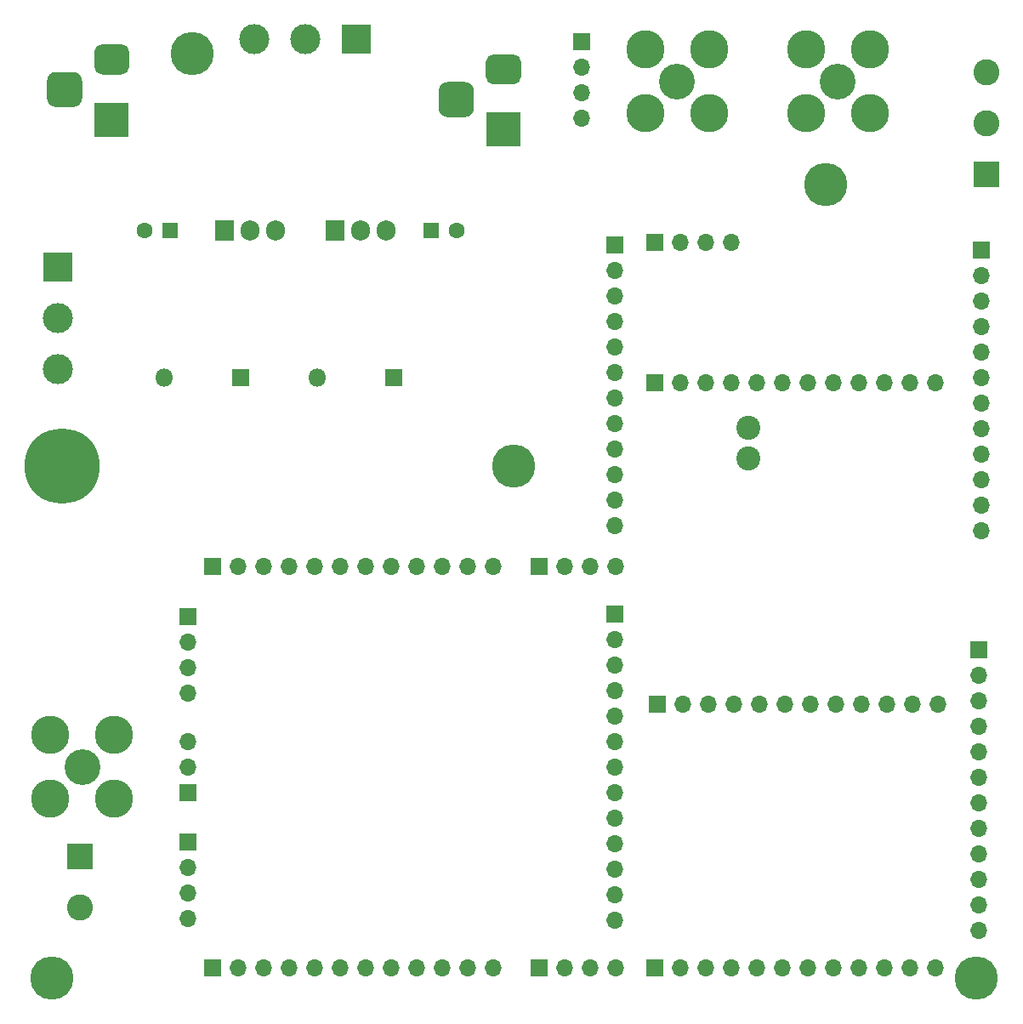
<source format=gbr>
%TF.GenerationSoftware,KiCad,Pcbnew,(5.1.8)-1*%
%TF.CreationDate,2021-09-14T11:30:17-04:00*%
%TF.ProjectId,ModularPreamp,4d6f6475-6c61-4725-9072-65616d702e6b,rev?*%
%TF.SameCoordinates,Original*%
%TF.FileFunction,Soldermask,Bot*%
%TF.FilePolarity,Negative*%
%FSLAX46Y46*%
G04 Gerber Fmt 4.6, Leading zero omitted, Abs format (unit mm)*
G04 Created by KiCad (PCBNEW (5.1.8)-1) date 2021-09-14 11:30:17*
%MOMM*%
%LPD*%
G01*
G04 APERTURE LIST*
%ADD10C,3.000000*%
%ADD11R,3.000000X3.000000*%
%ADD12C,2.600000*%
%ADD13R,2.600000X2.600000*%
%ADD14C,4.300000*%
%ADD15C,7.500000*%
%ADD16O,1.800000X1.800000*%
%ADD17R,1.800000X1.800000*%
%ADD18C,3.810000*%
%ADD19C,3.556000*%
%ADD20O,1.700000X1.700000*%
%ADD21R,1.700000X1.700000*%
%ADD22C,2.400000*%
%ADD23O,1.905000X2.000000*%
%ADD24R,1.905000X2.000000*%
%ADD25R,3.500000X3.500000*%
%ADD26C,1.600000*%
%ADD27R,1.600000X1.600000*%
G04 APERTURE END LIST*
D10*
%TO.C,J25*%
X89600000Y-55360000D03*
X89600000Y-50280000D03*
D11*
X89600000Y-45200000D03*
%TD*%
D12*
%TO.C,J24*%
X182000000Y-25840000D03*
X182000000Y-30920000D03*
D13*
X182000000Y-36000000D03*
%TD*%
D14*
%TO.C,H6*%
X135000000Y-65000000D03*
%TD*%
%TO.C,H5*%
X181000000Y-116000000D03*
%TD*%
%TO.C,H4*%
X103000000Y-24000000D03*
%TD*%
%TO.C,H3*%
X166000000Y-37000000D03*
%TD*%
%TO.C,H2*%
X89000000Y-116000000D03*
%TD*%
D15*
%TO.C,H1*%
X90000000Y-65000000D03*
%TD*%
D16*
%TO.C,D10*%
X115380000Y-56250000D03*
D17*
X123000000Y-56250000D03*
%TD*%
D16*
%TO.C,D9*%
X100130000Y-56250000D03*
D17*
X107750000Y-56250000D03*
%TD*%
D12*
%TO.C,J23*%
X91750000Y-109000000D03*
D13*
X91750000Y-103920000D03*
%TD*%
D18*
%TO.C,J15*%
X170425000Y-29925000D03*
X164075000Y-29925000D03*
X170425000Y-23575000D03*
D19*
X167250000Y-26750000D03*
D18*
X164075000Y-23575000D03*
%TD*%
%TO.C,J14*%
X154425000Y-29925000D03*
X148075000Y-29925000D03*
X154425000Y-23575000D03*
D19*
X151250000Y-26750000D03*
D18*
X148075000Y-23575000D03*
%TD*%
D20*
%TO.C,J19*%
X176940000Y-56750000D03*
X174400000Y-56750000D03*
X171860000Y-56750000D03*
X169320000Y-56750000D03*
X166780000Y-56750000D03*
X164240000Y-56750000D03*
X161700000Y-56750000D03*
X159160000Y-56750000D03*
X156620000Y-56750000D03*
X154080000Y-56750000D03*
X151540000Y-56750000D03*
D21*
X149000000Y-56750000D03*
%TD*%
D20*
%TO.C,J18*%
X177190000Y-88750000D03*
X174650000Y-88750000D03*
X172110000Y-88750000D03*
X169570000Y-88750000D03*
X167030000Y-88750000D03*
X164490000Y-88750000D03*
X161950000Y-88750000D03*
X159410000Y-88750000D03*
X156870000Y-88750000D03*
X154330000Y-88750000D03*
X151790000Y-88750000D03*
D21*
X149250000Y-88750000D03*
%TD*%
D20*
%TO.C,J22*%
X176940000Y-115000000D03*
X174400000Y-115000000D03*
X171860000Y-115000000D03*
X169320000Y-115000000D03*
X166780000Y-115000000D03*
X164240000Y-115000000D03*
X161700000Y-115000000D03*
X159160000Y-115000000D03*
X156620000Y-115000000D03*
X154080000Y-115000000D03*
X151540000Y-115000000D03*
D21*
X149000000Y-115000000D03*
%TD*%
D20*
%TO.C,J21*%
X156620000Y-42750000D03*
X154080000Y-42750000D03*
X151540000Y-42750000D03*
D21*
X149000000Y-42750000D03*
%TD*%
D20*
%TO.C,J20*%
X141750000Y-30370000D03*
X141750000Y-27830000D03*
X141750000Y-25290000D03*
D21*
X141750000Y-22750000D03*
%TD*%
D20*
%TO.C,J17*%
X145000000Y-70940000D03*
X145000000Y-68400000D03*
X145000000Y-65860000D03*
X145000000Y-63320000D03*
X145000000Y-60780000D03*
X145000000Y-58240000D03*
X145000000Y-55700000D03*
X145000000Y-53160000D03*
X145000000Y-50620000D03*
X145000000Y-48080000D03*
X145000000Y-45540000D03*
D21*
X145000000Y-43000000D03*
%TD*%
D20*
%TO.C,J16*%
X181500000Y-71440000D03*
X181500000Y-68900000D03*
X181500000Y-66360000D03*
X181500000Y-63820000D03*
X181500000Y-61280000D03*
X181500000Y-58740000D03*
X181500000Y-56200000D03*
X181500000Y-53660000D03*
X181500000Y-51120000D03*
X181500000Y-48580000D03*
X181500000Y-46040000D03*
D21*
X181500000Y-43500000D03*
%TD*%
D22*
%TO.C,L1*%
X158300000Y-64250000D03*
X158300000Y-61250000D03*
%TD*%
D20*
%TO.C,J13*%
X102500000Y-87620000D03*
X102500000Y-85080000D03*
X102500000Y-82540000D03*
D21*
X102500000Y-80000000D03*
%TD*%
D20*
%TO.C,J12*%
X102500000Y-110120000D03*
X102500000Y-107580000D03*
X102500000Y-105040000D03*
D21*
X102500000Y-102500000D03*
%TD*%
D20*
%TO.C,J5*%
X102500000Y-92460000D03*
X102500000Y-95000000D03*
D21*
X102500000Y-97540000D03*
%TD*%
D20*
%TO.C,J7*%
X145000000Y-110240000D03*
X145000000Y-107700000D03*
X145000000Y-105160000D03*
X145000000Y-102620000D03*
X145000000Y-100080000D03*
X145000000Y-97540000D03*
X145000000Y-95000000D03*
X145000000Y-92460000D03*
X145000000Y-89920000D03*
X145000000Y-87380000D03*
X145000000Y-84840000D03*
X145000000Y-82300000D03*
D21*
X145000000Y-79760000D03*
%TD*%
D20*
%TO.C,J11*%
X145120000Y-75000000D03*
X142580000Y-75000000D03*
X140040000Y-75000000D03*
D21*
X137500000Y-75000000D03*
%TD*%
D20*
%TO.C,J10*%
X145120000Y-115000000D03*
X142580000Y-115000000D03*
X140040000Y-115000000D03*
D21*
X137500000Y-115000000D03*
%TD*%
D20*
%TO.C,J9*%
X181250000Y-111240000D03*
X181250000Y-108700000D03*
X181250000Y-106160000D03*
X181250000Y-103620000D03*
X181250000Y-101080000D03*
X181250000Y-98540000D03*
X181250000Y-96000000D03*
X181250000Y-93460000D03*
X181250000Y-90920000D03*
X181250000Y-88380000D03*
X181250000Y-85840000D03*
D21*
X181250000Y-83300000D03*
%TD*%
D20*
%TO.C,J8*%
X132940000Y-115000000D03*
X130400000Y-115000000D03*
X127860000Y-115000000D03*
X125320000Y-115000000D03*
X122780000Y-115000000D03*
X120240000Y-115000000D03*
X117700000Y-115000000D03*
X115160000Y-115000000D03*
X112620000Y-115000000D03*
X110080000Y-115000000D03*
X107540000Y-115000000D03*
D21*
X105000000Y-115000000D03*
%TD*%
D20*
%TO.C,J6*%
X132940000Y-75000000D03*
X130400000Y-75000000D03*
X127860000Y-75000000D03*
X125320000Y-75000000D03*
X122780000Y-75000000D03*
X120240000Y-75000000D03*
X117700000Y-75000000D03*
X115160000Y-75000000D03*
X112620000Y-75000000D03*
X110080000Y-75000000D03*
X107540000Y-75000000D03*
D21*
X105000000Y-75000000D03*
%TD*%
D18*
%TO.C,J4*%
X88825000Y-98175000D03*
X88825000Y-91825000D03*
X95175000Y-98175000D03*
D19*
X92000000Y-95000000D03*
D18*
X95175000Y-91825000D03*
%TD*%
D23*
%TO.C,U3*%
X122250000Y-41550000D03*
X119710000Y-41550000D03*
D24*
X117170000Y-41550000D03*
%TD*%
D23*
%TO.C,U2*%
X111250000Y-41550000D03*
X108710000Y-41550000D03*
D24*
X106170000Y-41550000D03*
%TD*%
D10*
%TO.C,J3*%
X109170000Y-22550000D03*
X114250000Y-22550000D03*
D11*
X119330000Y-22550000D03*
%TD*%
%TO.C,J2*%
G36*
G01*
X128375000Y-26800000D02*
X130125000Y-26800000D01*
G75*
G02*
X131000000Y-27675000I0J-875000D01*
G01*
X131000000Y-29425000D01*
G75*
G02*
X130125000Y-30300000I-875000J0D01*
G01*
X128375000Y-30300000D01*
G75*
G02*
X127500000Y-29425000I0J875000D01*
G01*
X127500000Y-27675000D01*
G75*
G02*
X128375000Y-26800000I875000J0D01*
G01*
G37*
G36*
G01*
X132950000Y-24050000D02*
X134950000Y-24050000D01*
G75*
G02*
X135700000Y-24800000I0J-750000D01*
G01*
X135700000Y-26300000D01*
G75*
G02*
X134950000Y-27050000I-750000J0D01*
G01*
X132950000Y-27050000D01*
G75*
G02*
X132200000Y-26300000I0J750000D01*
G01*
X132200000Y-24800000D01*
G75*
G02*
X132950000Y-24050000I750000J0D01*
G01*
G37*
D25*
X133950000Y-31550000D03*
%TD*%
%TO.C,J1*%
G36*
G01*
X89375000Y-25800000D02*
X91125000Y-25800000D01*
G75*
G02*
X92000000Y-26675000I0J-875000D01*
G01*
X92000000Y-28425000D01*
G75*
G02*
X91125000Y-29300000I-875000J0D01*
G01*
X89375000Y-29300000D01*
G75*
G02*
X88500000Y-28425000I0J875000D01*
G01*
X88500000Y-26675000D01*
G75*
G02*
X89375000Y-25800000I875000J0D01*
G01*
G37*
G36*
G01*
X93950000Y-23050000D02*
X95950000Y-23050000D01*
G75*
G02*
X96700000Y-23800000I0J-750000D01*
G01*
X96700000Y-25300000D01*
G75*
G02*
X95950000Y-26050000I-750000J0D01*
G01*
X93950000Y-26050000D01*
G75*
G02*
X93200000Y-25300000I0J750000D01*
G01*
X93200000Y-23800000D01*
G75*
G02*
X93950000Y-23050000I750000J0D01*
G01*
G37*
X94950000Y-30550000D03*
%TD*%
D26*
%TO.C,C2*%
X129250000Y-41550000D03*
D27*
X126750000Y-41550000D03*
%TD*%
D26*
%TO.C,C1*%
X98250000Y-41550000D03*
D27*
X100750000Y-41550000D03*
%TD*%
M02*

</source>
